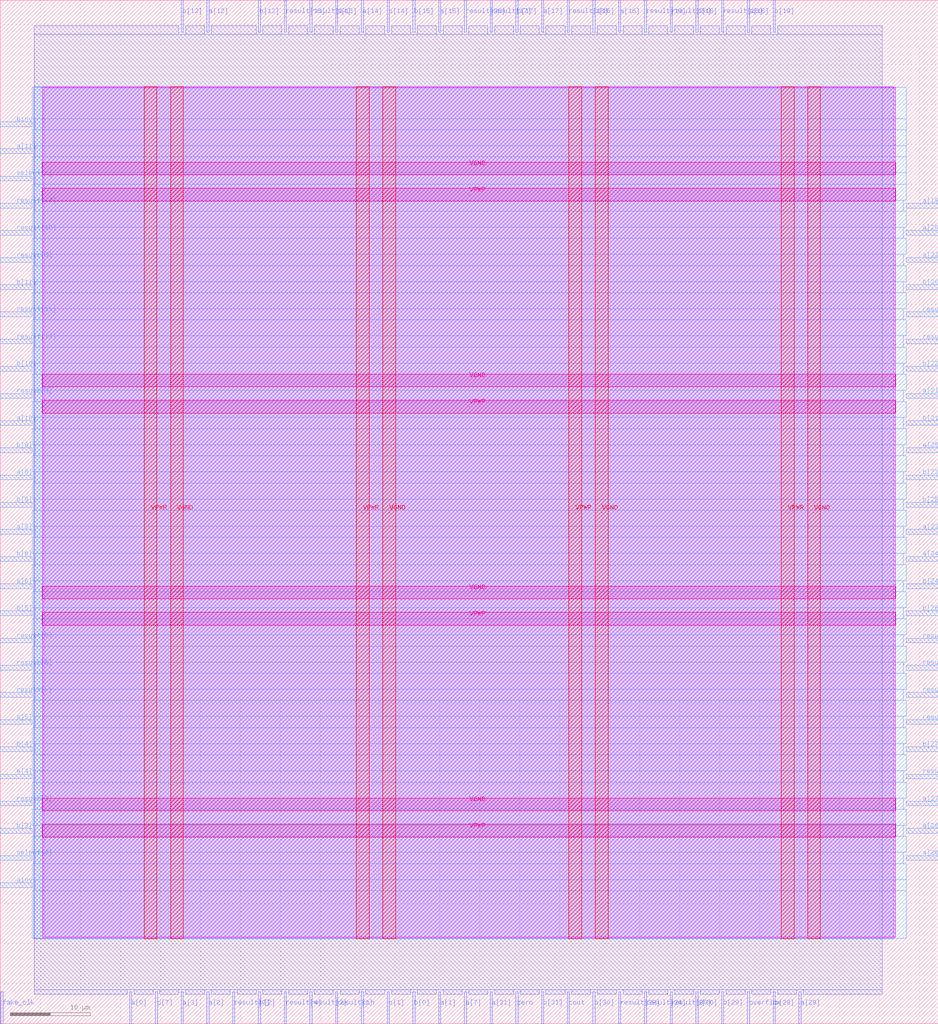
<source format=lef>
VERSION 5.7 ;
  NOWIREEXTENSIONATPIN ON ;
  DIVIDERCHAR "/" ;
  BUSBITCHARS "[]" ;
MACRO n_bit_alu
  CLASS BLOCK ;
  FOREIGN n_bit_alu ;
  ORIGIN 0.000 0.000 ;
  SIZE 117.340 BY 128.060 ;
  PIN VGND
    DIRECTION INOUT ;
    USE GROUND ;
    PORT
      LAYER met4 ;
        RECT 21.300 10.640 22.900 117.200 ;
    END
    PORT
      LAYER met4 ;
        RECT 47.865 10.640 49.465 117.200 ;
    END
    PORT
      LAYER met4 ;
        RECT 74.430 10.640 76.030 117.200 ;
    END
    PORT
      LAYER met4 ;
        RECT 100.995 10.640 102.595 117.200 ;
    END
    PORT
      LAYER met5 ;
        RECT 5.280 26.640 112.020 28.240 ;
    END
    PORT
      LAYER met5 ;
        RECT 5.280 53.160 112.020 54.760 ;
    END
    PORT
      LAYER met5 ;
        RECT 5.280 79.680 112.020 81.280 ;
    END
    PORT
      LAYER met5 ;
        RECT 5.280 106.200 112.020 107.800 ;
    END
  END VGND
  PIN VPWR
    DIRECTION INOUT ;
    USE POWER ;
    PORT
      LAYER met4 ;
        RECT 18.000 10.640 19.600 117.200 ;
    END
    PORT
      LAYER met4 ;
        RECT 44.565 10.640 46.165 117.200 ;
    END
    PORT
      LAYER met4 ;
        RECT 71.130 10.640 72.730 117.200 ;
    END
    PORT
      LAYER met4 ;
        RECT 97.695 10.640 99.295 117.200 ;
    END
    PORT
      LAYER met5 ;
        RECT 5.280 23.340 112.020 24.940 ;
    END
    PORT
      LAYER met5 ;
        RECT 5.280 49.860 112.020 51.460 ;
    END
    PORT
      LAYER met5 ;
        RECT 5.280 76.380 112.020 77.980 ;
    END
    PORT
      LAYER met5 ;
        RECT 5.280 102.900 112.020 104.500 ;
    END
  END VPWR
  PIN a[0]
    DIRECTION INPUT ;
    USE SIGNAL ;
    ANTENNAGATEAREA 0.196500 ;
    PORT
      LAYER met2 ;
        RECT 16.190 0.000 16.470 4.000 ;
    END
  END a[0]
  PIN a[10]
    DIRECTION INPUT ;
    USE SIGNAL ;
    ANTENNAGATEAREA 0.196500 ;
    PORT
      LAYER met3 ;
        RECT 0.000 74.840 4.000 75.440 ;
    END
  END a[10]
  PIN a[11]
    DIRECTION INPUT ;
    USE SIGNAL ;
    ANTENNAGATEAREA 0.196500 ;
    PORT
      LAYER met3 ;
        RECT 0.000 108.840 4.000 109.440 ;
    END
  END a[11]
  PIN a[12]
    DIRECTION INPUT ;
    USE SIGNAL ;
    ANTENNAGATEAREA 0.196500 ;
    PORT
      LAYER met2 ;
        RECT 25.850 124.060 26.130 128.060 ;
    END
  END a[12]
  PIN a[13]
    DIRECTION INPUT ;
    USE SIGNAL ;
    ANTENNAGATEAREA 0.196500 ;
    PORT
      LAYER met2 ;
        RECT 41.950 124.060 42.230 128.060 ;
    END
  END a[13]
  PIN a[14]
    DIRECTION INPUT ;
    USE SIGNAL ;
    ANTENNAGATEAREA 0.196500 ;
    PORT
      LAYER met2 ;
        RECT 45.170 124.060 45.450 128.060 ;
    END
  END a[14]
  PIN a[15]
    DIRECTION INPUT ;
    USE SIGNAL ;
    ANTENNAGATEAREA 0.196500 ;
    PORT
      LAYER met2 ;
        RECT 54.830 124.060 55.110 128.060 ;
    END
  END a[15]
  PIN a[16]
    DIRECTION INPUT ;
    USE SIGNAL ;
    ANTENNAGATEAREA 0.196500 ;
    PORT
      LAYER met2 ;
        RECT 77.370 124.060 77.650 128.060 ;
    END
  END a[16]
  PIN a[17]
    DIRECTION INPUT ;
    USE SIGNAL ;
    ANTENNAGATEAREA 0.196500 ;
    PORT
      LAYER met2 ;
        RECT 67.710 124.060 67.990 128.060 ;
    END
  END a[17]
  PIN a[18]
    DIRECTION INPUT ;
    USE SIGNAL ;
    ANTENNAGATEAREA 0.196500 ;
    PORT
      LAYER met2 ;
        RECT 93.470 124.060 93.750 128.060 ;
    END
  END a[18]
  PIN a[19]
    DIRECTION INPUT ;
    USE SIGNAL ;
    ANTENNAGATEAREA 0.196500 ;
    PORT
      LAYER met3 ;
        RECT 113.340 102.040 117.340 102.640 ;
    END
  END a[19]
  PIN a[1]
    DIRECTION INPUT ;
    USE SIGNAL ;
    ANTENNAGATEAREA 0.196500 ;
    PORT
      LAYER met2 ;
        RECT 54.830 0.000 55.110 4.000 ;
    END
  END a[1]
  PIN a[20]
    DIRECTION INPUT ;
    USE SIGNAL ;
    ANTENNAGATEAREA 0.196500 ;
    PORT
      LAYER met3 ;
        RECT 113.340 98.640 117.340 99.240 ;
    END
  END a[20]
  PIN a[21]
    DIRECTION INPUT ;
    USE SIGNAL ;
    ANTENNAGATEAREA 0.196500 ;
    PORT
      LAYER met3 ;
        RECT 113.340 78.240 117.340 78.840 ;
    END
  END a[21]
  PIN a[22]
    DIRECTION INPUT ;
    USE SIGNAL ;
    ANTENNAGATEAREA 0.196500 ;
    PORT
      LAYER met3 ;
        RECT 113.340 95.240 117.340 95.840 ;
    END
  END a[22]
  PIN a[23]
    DIRECTION INPUT ;
    USE SIGNAL ;
    ANTENNAGATEAREA 0.196500 ;
    PORT
      LAYER met3 ;
        RECT 113.340 61.240 117.340 61.840 ;
    END
  END a[23]
  PIN a[24]
    DIRECTION INPUT ;
    USE SIGNAL ;
    ANTENNAGATEAREA 0.196500 ;
    PORT
      LAYER met3 ;
        RECT 113.340 57.840 117.340 58.440 ;
    END
  END a[24]
  PIN a[25]
    DIRECTION INPUT ;
    USE SIGNAL ;
    ANTENNAGATEAREA 0.196500 ;
    PORT
      LAYER met3 ;
        RECT 113.340 71.440 117.340 72.040 ;
    END
  END a[25]
  PIN a[26]
    DIRECTION INPUT ;
    USE SIGNAL ;
    ANTENNAGATEAREA 0.196500 ;
    PORT
      LAYER met3 ;
        RECT 113.340 23.840 117.340 24.440 ;
    END
  END a[26]
  PIN a[27]
    DIRECTION INPUT ;
    USE SIGNAL ;
    ANTENNAGATEAREA 0.196500 ;
    PORT
      LAYER met3 ;
        RECT 113.340 27.240 117.340 27.840 ;
    END
  END a[27]
  PIN a[28]
    DIRECTION INPUT ;
    USE SIGNAL ;
    ANTENNAGATEAREA 0.196500 ;
    PORT
      LAYER met3 ;
        RECT 113.340 20.440 117.340 21.040 ;
    END
  END a[28]
  PIN a[29]
    DIRECTION INPUT ;
    USE SIGNAL ;
    ANTENNAGATEAREA 0.196500 ;
    PORT
      LAYER met2 ;
        RECT 99.910 0.000 100.190 4.000 ;
    END
  END a[29]
  PIN a[2]
    DIRECTION INPUT ;
    USE SIGNAL ;
    ANTENNAGATEAREA 0.196500 ;
    PORT
      LAYER met2 ;
        RECT 25.850 0.000 26.130 4.000 ;
    END
  END a[2]
  PIN a[30]
    DIRECTION INPUT ;
    USE SIGNAL ;
    ANTENNAGATEAREA 0.196500 ;
    PORT
      LAYER met2 ;
        RECT 87.030 0.000 87.310 4.000 ;
    END
  END a[30]
  PIN a[31]
    DIRECTION INPUT ;
    USE SIGNAL ;
    ANTENNAGATEAREA 0.196500 ;
    PORT
      LAYER met2 ;
        RECT 61.270 0.000 61.550 4.000 ;
    END
  END a[31]
  PIN a[3]
    DIRECTION INPUT ;
    USE SIGNAL ;
    ANTENNAGATEAREA 0.196500 ;
    PORT
      LAYER met2 ;
        RECT 22.630 0.000 22.910 4.000 ;
    END
  END a[3]
  PIN a[4]
    DIRECTION INPUT ;
    USE SIGNAL ;
    ANTENNAGATEAREA 0.196500 ;
    PORT
      LAYER met3 ;
        RECT 0.000 30.640 4.000 31.240 ;
    END
  END a[4]
  PIN a[5]
    DIRECTION INPUT ;
    USE SIGNAL ;
    ANTENNAGATEAREA 0.196500 ;
    PORT
      LAYER met3 ;
        RECT 0.000 37.440 4.000 38.040 ;
    END
  END a[5]
  PIN a[6]
    DIRECTION INPUT ;
    USE SIGNAL ;
    ANTENNAGATEAREA 0.196500 ;
    PORT
      LAYER met3 ;
        RECT 0.000 54.440 4.000 55.040 ;
    END
  END a[6]
  PIN a[7]
    DIRECTION INPUT ;
    USE SIGNAL ;
    ANTENNAGATEAREA 0.196500 ;
    PORT
      LAYER met2 ;
        RECT 58.050 0.000 58.330 4.000 ;
    END
  END a[7]
  PIN a[8]
    DIRECTION INPUT ;
    USE SIGNAL ;
    ANTENNAGATEAREA 0.196500 ;
    PORT
      LAYER met3 ;
        RECT 0.000 68.040 4.000 68.640 ;
    END
  END a[8]
  PIN a[9]
    DIRECTION INPUT ;
    USE SIGNAL ;
    ANTENNAGATEAREA 0.196500 ;
    PORT
      LAYER met3 ;
        RECT 0.000 61.240 4.000 61.840 ;
    END
  END a[9]
  PIN ainv
    DIRECTION INPUT ;
    USE SIGNAL ;
    ANTENNAGATEAREA 0.213000 ;
    PORT
      LAYER met3 ;
        RECT 0.000 17.040 4.000 17.640 ;
    END
  END ainv
  PIN b[0]
    DIRECTION INPUT ;
    USE SIGNAL ;
    ANTENNAGATEAREA 0.196500 ;
    PORT
      LAYER met2 ;
        RECT 51.610 0.000 51.890 4.000 ;
    END
  END b[0]
  PIN b[10]
    DIRECTION INPUT ;
    USE SIGNAL ;
    ANTENNAGATEAREA 0.196500 ;
    PORT
      LAYER met3 ;
        RECT 0.000 81.640 4.000 82.240 ;
    END
  END b[10]
  PIN b[11]
    DIRECTION INPUT ;
    USE SIGNAL ;
    ANTENNAGATEAREA 0.196500 ;
    PORT
      LAYER met3 ;
        RECT 0.000 91.840 4.000 92.440 ;
    END
  END b[11]
  PIN b[12]
    DIRECTION INPUT ;
    USE SIGNAL ;
    ANTENNAGATEAREA 0.196500 ;
    PORT
      LAYER met2 ;
        RECT 22.630 124.060 22.910 128.060 ;
    END
  END b[12]
  PIN b[13]
    DIRECTION INPUT ;
    USE SIGNAL ;
    ANTENNAGATEAREA 0.196500 ;
    PORT
      LAYER met2 ;
        RECT 32.290 124.060 32.570 128.060 ;
    END
  END b[13]
  PIN b[14]
    DIRECTION INPUT ;
    USE SIGNAL ;
    ANTENNAGATEAREA 0.196500 ;
    PORT
      LAYER met2 ;
        RECT 48.390 124.060 48.670 128.060 ;
    END
  END b[14]
  PIN b[15]
    DIRECTION INPUT ;
    USE SIGNAL ;
    ANTENNAGATEAREA 0.196500 ;
    PORT
      LAYER met2 ;
        RECT 51.610 124.060 51.890 128.060 ;
    END
  END b[15]
  PIN b[16]
    DIRECTION INPUT ;
    USE SIGNAL ;
    ANTENNAGATEAREA 0.196500 ;
    PORT
      LAYER met2 ;
        RECT 74.150 124.060 74.430 128.060 ;
    END
  END b[16]
  PIN b[17]
    DIRECTION INPUT ;
    USE SIGNAL ;
    ANTENNAGATEAREA 0.196500 ;
    PORT
      LAYER met2 ;
        RECT 64.490 124.060 64.770 128.060 ;
    END
  END b[17]
  PIN b[18]
    DIRECTION INPUT ;
    USE SIGNAL ;
    ANTENNAGATEAREA 0.196500 ;
    PORT
      LAYER met2 ;
        RECT 87.030 124.060 87.310 128.060 ;
    END
  END b[18]
  PIN b[19]
    DIRECTION INPUT ;
    USE SIGNAL ;
    ANTENNAGATEAREA 0.196500 ;
    PORT
      LAYER met2 ;
        RECT 96.690 124.060 96.970 128.060 ;
    END
  END b[19]
  PIN b[1]
    DIRECTION INPUT ;
    USE SIGNAL ;
    ANTENNAGATEAREA 0.196500 ;
    PORT
      LAYER met2 ;
        RECT 48.390 0.000 48.670 4.000 ;
    END
  END b[1]
  PIN b[20]
    DIRECTION INPUT ;
    USE SIGNAL ;
    ANTENNAGATEAREA 0.196500 ;
    PORT
      LAYER met3 ;
        RECT 113.340 91.840 117.340 92.440 ;
    END
  END b[20]
  PIN b[21]
    DIRECTION INPUT ;
    USE SIGNAL ;
    ANTENNAGATEAREA 0.196500 ;
    PORT
      LAYER met3 ;
        RECT 113.340 74.840 117.340 75.440 ;
    END
  END b[21]
  PIN b[22]
    DIRECTION INPUT ;
    USE SIGNAL ;
    ANTENNAGATEAREA 0.196500 ;
    PORT
      LAYER met3 ;
        RECT 113.340 81.640 117.340 82.240 ;
    END
  END b[22]
  PIN b[23]
    DIRECTION INPUT ;
    USE SIGNAL ;
    ANTENNAGATEAREA 0.196500 ;
    PORT
      LAYER met3 ;
        RECT 113.340 68.040 117.340 68.640 ;
    END
  END b[23]
  PIN b[24]
    DIRECTION INPUT ;
    USE SIGNAL ;
    ANTENNAGATEAREA 0.196500 ;
    PORT
      LAYER met3 ;
        RECT 113.340 54.440 117.340 55.040 ;
    END
  END b[24]
  PIN b[25]
    DIRECTION INPUT ;
    USE SIGNAL ;
    ANTENNAGATEAREA 0.196500 ;
    PORT
      LAYER met3 ;
        RECT 113.340 64.640 117.340 65.240 ;
    END
  END b[25]
  PIN b[26]
    DIRECTION INPUT ;
    USE SIGNAL ;
    ANTENNAGATEAREA 0.196500 ;
    PORT
      LAYER met3 ;
        RECT 113.340 51.040 117.340 51.640 ;
    END
  END b[26]
  PIN b[27]
    DIRECTION INPUT ;
    USE SIGNAL ;
    ANTENNAGATEAREA 0.196500 ;
    PORT
      LAYER met3 ;
        RECT 113.340 34.040 117.340 34.640 ;
    END
  END b[27]
  PIN b[28]
    DIRECTION INPUT ;
    USE SIGNAL ;
    ANTENNAGATEAREA 0.196500 ;
    PORT
      LAYER met2 ;
        RECT 96.690 0.000 96.970 4.000 ;
    END
  END b[28]
  PIN b[29]
    DIRECTION INPUT ;
    USE SIGNAL ;
    ANTENNAGATEAREA 0.196500 ;
    PORT
      LAYER met2 ;
        RECT 90.250 0.000 90.530 4.000 ;
    END
  END b[29]
  PIN b[2]
    DIRECTION INPUT ;
    USE SIGNAL ;
    ANTENNAGATEAREA 0.196500 ;
    PORT
      LAYER met2 ;
        RECT 32.290 0.000 32.570 4.000 ;
    END
  END b[2]
  PIN b[30]
    DIRECTION INPUT ;
    USE SIGNAL ;
    ANTENNAGATEAREA 0.196500 ;
    PORT
      LAYER met2 ;
        RECT 74.150 0.000 74.430 4.000 ;
    END
  END b[30]
  PIN b[31]
    DIRECTION INPUT ;
    USE SIGNAL ;
    ANTENNAGATEAREA 0.196500 ;
    PORT
      LAYER met2 ;
        RECT 67.710 0.000 67.990 4.000 ;
    END
  END b[31]
  PIN b[3]
    DIRECTION INPUT ;
    USE SIGNAL ;
    ANTENNAGATEAREA 0.196500 ;
    PORT
      LAYER met3 ;
        RECT 0.000 23.840 4.000 24.440 ;
    END
  END b[3]
  PIN b[4]
    DIRECTION INPUT ;
    USE SIGNAL ;
    ANTENNAGATEAREA 0.196500 ;
    PORT
      LAYER met3 ;
        RECT 0.000 34.040 4.000 34.640 ;
    END
  END b[4]
  PIN b[5]
    DIRECTION INPUT ;
    USE SIGNAL ;
    ANTENNAGATEAREA 0.196500 ;
    PORT
      LAYER met3 ;
        RECT 0.000 51.040 4.000 51.640 ;
    END
  END b[5]
  PIN b[6]
    DIRECTION INPUT ;
    USE SIGNAL ;
    ANTENNAGATEAREA 0.196500 ;
    PORT
      LAYER met3 ;
        RECT 0.000 57.840 4.000 58.440 ;
    END
  END b[6]
  PIN b[7]
    DIRECTION INPUT ;
    USE SIGNAL ;
    ANTENNAGATEAREA 0.196500 ;
    PORT
      LAYER met2 ;
        RECT 19.410 0.000 19.690 4.000 ;
    END
  END b[7]
  PIN b[8]
    DIRECTION INPUT ;
    USE SIGNAL ;
    ANTENNAGATEAREA 0.196500 ;
    PORT
      LAYER met3 ;
        RECT 0.000 71.440 4.000 72.040 ;
    END
  END b[8]
  PIN b[9]
    DIRECTION INPUT ;
    USE SIGNAL ;
    ANTENNAGATEAREA 0.196500 ;
    PORT
      LAYER met3 ;
        RECT 0.000 64.640 4.000 65.240 ;
    END
  END b[9]
  PIN binv
    DIRECTION INPUT ;
    USE SIGNAL ;
    ANTENNAGATEAREA 0.495000 ;
    PORT
      LAYER met3 ;
        RECT 0.000 112.240 4.000 112.840 ;
    END
  END binv
  PIN cin
    DIRECTION INPUT ;
    USE SIGNAL ;
    ANTENNAGATEAREA 0.196500 ;
    PORT
      LAYER met2 ;
        RECT 45.170 0.000 45.450 4.000 ;
    END
  END cin
  PIN cout
    DIRECTION OUTPUT ;
    USE SIGNAL ;
    ANTENNADIFFAREA 0.445500 ;
    PORT
      LAYER met2 ;
        RECT 70.930 0.000 71.210 4.000 ;
    END
  END cout
  PIN fake_clk
    DIRECTION INPUT ;
    USE SIGNAL ;
    PORT
      LAYER met2 ;
        RECT 0.090 0.000 0.370 4.000 ;
    END
  END fake_clk
  PIN overflow
    DIRECTION OUTPUT ;
    USE SIGNAL ;
    ANTENNADIFFAREA 0.445500 ;
    PORT
      LAYER met2 ;
        RECT 93.470 0.000 93.750 4.000 ;
    END
  END overflow
  PIN result[0]
    DIRECTION OUTPUT ;
    USE SIGNAL ;
    ANTENNADIFFAREA 0.445500 ;
    PORT
      LAYER met3 ;
        RECT 0.000 40.840 4.000 41.440 ;
    END
  END result[0]
  PIN result[10]
    DIRECTION OUTPUT ;
    USE SIGNAL ;
    ANTENNADIFFAREA 0.445500 ;
    PORT
      LAYER met3 ;
        RECT 0.000 102.040 4.000 102.640 ;
    END
  END result[10]
  PIN result[11]
    DIRECTION OUTPUT ;
    USE SIGNAL ;
    ANTENNADIFFAREA 0.445500 ;
    PORT
      LAYER met3 ;
        RECT 0.000 88.440 4.000 89.040 ;
    END
  END result[11]
  PIN result[12]
    DIRECTION OUTPUT ;
    USE SIGNAL ;
    ANTENNADIFFAREA 0.445500 ;
    PORT
      LAYER met3 ;
        RECT 0.000 85.040 4.000 85.640 ;
    END
  END result[12]
  PIN result[13]
    DIRECTION OUTPUT ;
    USE SIGNAL ;
    ANTENNADIFFAREA 0.795200 ;
    PORT
      LAYER met2 ;
        RECT 35.510 124.060 35.790 128.060 ;
    END
  END result[13]
  PIN result[14]
    DIRECTION OUTPUT ;
    USE SIGNAL ;
    ANTENNADIFFAREA 0.795200 ;
    PORT
      LAYER met2 ;
        RECT 38.730 124.060 39.010 128.060 ;
    END
  END result[14]
  PIN result[15]
    DIRECTION OUTPUT ;
    USE SIGNAL ;
    ANTENNADIFFAREA 0.445500 ;
    PORT
      LAYER met3 ;
        RECT 0.000 98.640 4.000 99.240 ;
    END
  END result[15]
  PIN result[16]
    DIRECTION OUTPUT ;
    USE SIGNAL ;
    ANTENNADIFFAREA 0.795200 ;
    PORT
      LAYER met2 ;
        RECT 90.250 124.060 90.530 128.060 ;
    END
  END result[16]
  PIN result[17]
    DIRECTION OUTPUT ;
    USE SIGNAL ;
    ANTENNADIFFAREA 0.795200 ;
    PORT
      LAYER met2 ;
        RECT 61.270 124.060 61.550 128.060 ;
    END
  END result[17]
  PIN result[18]
    DIRECTION OUTPUT ;
    USE SIGNAL ;
    ANTENNADIFFAREA 0.795200 ;
    PORT
      LAYER met2 ;
        RECT 70.930 124.060 71.210 128.060 ;
    END
  END result[18]
  PIN result[19]
    DIRECTION OUTPUT ;
    USE SIGNAL ;
    ANTENNADIFFAREA 0.795200 ;
    PORT
      LAYER met2 ;
        RECT 80.590 124.060 80.870 128.060 ;
    END
  END result[19]
  PIN result[1]
    DIRECTION OUTPUT ;
    USE SIGNAL ;
    ANTENNADIFFAREA 0.445500 ;
    PORT
      LAYER met2 ;
        RECT 41.950 0.000 42.230 4.000 ;
    END
  END result[1]
  PIN result[20]
    DIRECTION OUTPUT ;
    USE SIGNAL ;
    ANTENNADIFFAREA 0.795200 ;
    PORT
      LAYER met2 ;
        RECT 83.810 124.060 84.090 128.060 ;
    END
  END result[20]
  PIN result[21]
    DIRECTION OUTPUT ;
    USE SIGNAL ;
    ANTENNADIFFAREA 0.445500 ;
    PORT
      LAYER met3 ;
        RECT 113.340 88.440 117.340 89.040 ;
    END
  END result[21]
  PIN result[22]
    DIRECTION OUTPUT ;
    USE SIGNAL ;
    ANTENNADIFFAREA 0.445500 ;
    PORT
      LAYER met3 ;
        RECT 113.340 85.040 117.340 85.640 ;
    END
  END result[22]
  PIN result[23]
    DIRECTION OUTPUT ;
    USE SIGNAL ;
    ANTENNADIFFAREA 0.795200 ;
    PORT
      LAYER met2 ;
        RECT 58.050 124.060 58.330 128.060 ;
    END
  END result[23]
  PIN result[24]
    DIRECTION OUTPUT ;
    USE SIGNAL ;
    ANTENNADIFFAREA 0.445500 ;
    PORT
      LAYER met2 ;
        RECT 80.590 0.000 80.870 4.000 ;
    END
  END result[24]
  PIN result[25]
    DIRECTION OUTPUT ;
    USE SIGNAL ;
    ANTENNADIFFAREA 0.445500 ;
    PORT
      LAYER met3 ;
        RECT 113.340 30.640 117.340 31.240 ;
    END
  END result[25]
  PIN result[26]
    DIRECTION OUTPUT ;
    USE SIGNAL ;
    ANTENNADIFFAREA 0.445500 ;
    PORT
      LAYER met3 ;
        RECT 113.340 47.640 117.340 48.240 ;
    END
  END result[26]
  PIN result[27]
    DIRECTION OUTPUT ;
    USE SIGNAL ;
    ANTENNADIFFAREA 0.445500 ;
    PORT
      LAYER met3 ;
        RECT 113.340 37.440 117.340 38.040 ;
    END
  END result[27]
  PIN result[28]
    DIRECTION OUTPUT ;
    USE SIGNAL ;
    ANTENNADIFFAREA 0.445500 ;
    PORT
      LAYER met3 ;
        RECT 113.340 40.840 117.340 41.440 ;
    END
  END result[28]
  PIN result[29]
    DIRECTION OUTPUT ;
    USE SIGNAL ;
    ANTENNADIFFAREA 0.445500 ;
    PORT
      LAYER met2 ;
        RECT 77.370 0.000 77.650 4.000 ;
    END
  END result[29]
  PIN result[2]
    DIRECTION OUTPUT ;
    USE SIGNAL ;
    ANTENNADIFFAREA 0.445500 ;
    PORT
      LAYER met2 ;
        RECT 38.730 0.000 39.010 4.000 ;
    END
  END result[2]
  PIN result[30]
    DIRECTION OUTPUT ;
    USE SIGNAL ;
    ANTENNADIFFAREA 0.445500 ;
    PORT
      LAYER met2 ;
        RECT 83.810 0.000 84.090 4.000 ;
    END
  END result[30]
  PIN result[31]
    DIRECTION OUTPUT ;
    USE SIGNAL ;
    ANTENNADIFFAREA 0.445500 ;
    PORT
      LAYER met3 ;
        RECT 113.340 44.240 117.340 44.840 ;
    END
  END result[31]
  PIN result[3]
    DIRECTION OUTPUT ;
    USE SIGNAL ;
    ANTENNADIFFAREA 0.445500 ;
    PORT
      LAYER met3 ;
        RECT 0.000 27.240 4.000 27.840 ;
    END
  END result[3]
  PIN result[4]
    DIRECTION OUTPUT ;
    USE SIGNAL ;
    ANTENNADIFFAREA 0.445500 ;
    PORT
      LAYER met2 ;
        RECT 35.510 0.000 35.790 4.000 ;
    END
  END result[4]
  PIN result[5]
    DIRECTION OUTPUT ;
    USE SIGNAL ;
    ANTENNADIFFAREA 0.445500 ;
    PORT
      LAYER met3 ;
        RECT 0.000 47.640 4.000 48.240 ;
    END
  END result[5]
  PIN result[6]
    DIRECTION OUTPUT ;
    USE SIGNAL ;
    ANTENNADIFFAREA 0.445500 ;
    PORT
      LAYER met3 ;
        RECT 0.000 44.240 4.000 44.840 ;
    END
  END result[6]
  PIN result[7]
    DIRECTION OUTPUT ;
    USE SIGNAL ;
    ANTENNADIFFAREA 0.445500 ;
    PORT
      LAYER met2 ;
        RECT 29.070 0.000 29.350 4.000 ;
    END
  END result[7]
  PIN result[8]
    DIRECTION OUTPUT ;
    USE SIGNAL ;
    ANTENNADIFFAREA 0.445500 ;
    PORT
      LAYER met3 ;
        RECT 0.000 95.240 4.000 95.840 ;
    END
  END result[8]
  PIN result[9]
    DIRECTION OUTPUT ;
    USE SIGNAL ;
    ANTENNADIFFAREA 0.445500 ;
    PORT
      LAYER met3 ;
        RECT 0.000 78.240 4.000 78.840 ;
    END
  END result[9]
  PIN select[0]
    DIRECTION INPUT ;
    USE SIGNAL ;
    ANTENNAGATEAREA 0.196500 ;
    PORT
      LAYER met3 ;
        RECT 0.000 20.440 4.000 21.040 ;
    END
  END select[0]
  PIN select[1]
    DIRECTION INPUT ;
    USE SIGNAL ;
    ANTENNAGATEAREA 0.213000 ;
    PORT
      LAYER met3 ;
        RECT 0.000 105.440 4.000 106.040 ;
    END
  END select[1]
  PIN zero
    DIRECTION OUTPUT ;
    USE SIGNAL ;
    ANTENNADIFFAREA 0.891000 ;
    PORT
      LAYER met2 ;
        RECT 64.490 0.000 64.770 4.000 ;
    END
  END zero
  OBS
      LAYER nwell ;
        RECT 5.330 10.795 111.970 117.150 ;
      LAYER li1 ;
        RECT 5.520 10.795 111.780 117.045 ;
      LAYER met1 ;
        RECT 4.210 10.640 111.780 117.200 ;
      LAYER met2 ;
        RECT 4.230 123.780 22.350 124.850 ;
        RECT 23.190 123.780 25.570 124.850 ;
        RECT 26.410 123.780 32.010 124.850 ;
        RECT 32.850 123.780 35.230 124.850 ;
        RECT 36.070 123.780 38.450 124.850 ;
        RECT 39.290 123.780 41.670 124.850 ;
        RECT 42.510 123.780 44.890 124.850 ;
        RECT 45.730 123.780 48.110 124.850 ;
        RECT 48.950 123.780 51.330 124.850 ;
        RECT 52.170 123.780 54.550 124.850 ;
        RECT 55.390 123.780 57.770 124.850 ;
        RECT 58.610 123.780 60.990 124.850 ;
        RECT 61.830 123.780 64.210 124.850 ;
        RECT 65.050 123.780 67.430 124.850 ;
        RECT 68.270 123.780 70.650 124.850 ;
        RECT 71.490 123.780 73.870 124.850 ;
        RECT 74.710 123.780 77.090 124.850 ;
        RECT 77.930 123.780 80.310 124.850 ;
        RECT 81.150 123.780 83.530 124.850 ;
        RECT 84.370 123.780 86.750 124.850 ;
        RECT 87.590 123.780 89.970 124.850 ;
        RECT 90.810 123.780 93.190 124.850 ;
        RECT 94.030 123.780 96.410 124.850 ;
        RECT 97.250 123.780 110.310 124.850 ;
        RECT 4.230 4.280 110.310 123.780 ;
        RECT 4.230 3.670 15.910 4.280 ;
        RECT 16.750 3.670 19.130 4.280 ;
        RECT 19.970 3.670 22.350 4.280 ;
        RECT 23.190 3.670 25.570 4.280 ;
        RECT 26.410 3.670 28.790 4.280 ;
        RECT 29.630 3.670 32.010 4.280 ;
        RECT 32.850 3.670 35.230 4.280 ;
        RECT 36.070 3.670 38.450 4.280 ;
        RECT 39.290 3.670 41.670 4.280 ;
        RECT 42.510 3.670 44.890 4.280 ;
        RECT 45.730 3.670 48.110 4.280 ;
        RECT 48.950 3.670 51.330 4.280 ;
        RECT 52.170 3.670 54.550 4.280 ;
        RECT 55.390 3.670 57.770 4.280 ;
        RECT 58.610 3.670 60.990 4.280 ;
        RECT 61.830 3.670 64.210 4.280 ;
        RECT 65.050 3.670 67.430 4.280 ;
        RECT 68.270 3.670 70.650 4.280 ;
        RECT 71.490 3.670 73.870 4.280 ;
        RECT 74.710 3.670 77.090 4.280 ;
        RECT 77.930 3.670 80.310 4.280 ;
        RECT 81.150 3.670 83.530 4.280 ;
        RECT 84.370 3.670 86.750 4.280 ;
        RECT 87.590 3.670 89.970 4.280 ;
        RECT 90.810 3.670 93.190 4.280 ;
        RECT 94.030 3.670 96.410 4.280 ;
        RECT 97.250 3.670 99.630 4.280 ;
        RECT 100.470 3.670 110.310 4.280 ;
      LAYER met3 ;
        RECT 3.990 113.240 113.340 117.125 ;
        RECT 4.400 111.840 113.340 113.240 ;
        RECT 3.990 109.840 113.340 111.840 ;
        RECT 4.400 108.440 113.340 109.840 ;
        RECT 3.990 106.440 113.340 108.440 ;
        RECT 4.400 105.040 113.340 106.440 ;
        RECT 3.990 103.040 113.340 105.040 ;
        RECT 4.400 101.640 112.940 103.040 ;
        RECT 3.990 99.640 113.340 101.640 ;
        RECT 4.400 98.240 112.940 99.640 ;
        RECT 3.990 96.240 113.340 98.240 ;
        RECT 4.400 94.840 112.940 96.240 ;
        RECT 3.990 92.840 113.340 94.840 ;
        RECT 4.400 91.440 112.940 92.840 ;
        RECT 3.990 89.440 113.340 91.440 ;
        RECT 4.400 88.040 112.940 89.440 ;
        RECT 3.990 86.040 113.340 88.040 ;
        RECT 4.400 84.640 112.940 86.040 ;
        RECT 3.990 82.640 113.340 84.640 ;
        RECT 4.400 81.240 112.940 82.640 ;
        RECT 3.990 79.240 113.340 81.240 ;
        RECT 4.400 77.840 112.940 79.240 ;
        RECT 3.990 75.840 113.340 77.840 ;
        RECT 4.400 74.440 112.940 75.840 ;
        RECT 3.990 72.440 113.340 74.440 ;
        RECT 4.400 71.040 112.940 72.440 ;
        RECT 3.990 69.040 113.340 71.040 ;
        RECT 4.400 67.640 112.940 69.040 ;
        RECT 3.990 65.640 113.340 67.640 ;
        RECT 4.400 64.240 112.940 65.640 ;
        RECT 3.990 62.240 113.340 64.240 ;
        RECT 4.400 60.840 112.940 62.240 ;
        RECT 3.990 58.840 113.340 60.840 ;
        RECT 4.400 57.440 112.940 58.840 ;
        RECT 3.990 55.440 113.340 57.440 ;
        RECT 4.400 54.040 112.940 55.440 ;
        RECT 3.990 52.040 113.340 54.040 ;
        RECT 4.400 50.640 112.940 52.040 ;
        RECT 3.990 48.640 113.340 50.640 ;
        RECT 4.400 47.240 112.940 48.640 ;
        RECT 3.990 45.240 113.340 47.240 ;
        RECT 4.400 43.840 112.940 45.240 ;
        RECT 3.990 41.840 113.340 43.840 ;
        RECT 4.400 40.440 112.940 41.840 ;
        RECT 3.990 38.440 113.340 40.440 ;
        RECT 4.400 37.040 112.940 38.440 ;
        RECT 3.990 35.040 113.340 37.040 ;
        RECT 4.400 33.640 112.940 35.040 ;
        RECT 3.990 31.640 113.340 33.640 ;
        RECT 4.400 30.240 112.940 31.640 ;
        RECT 3.990 28.240 113.340 30.240 ;
        RECT 4.400 26.840 112.940 28.240 ;
        RECT 3.990 24.840 113.340 26.840 ;
        RECT 4.400 23.440 112.940 24.840 ;
        RECT 3.990 21.440 113.340 23.440 ;
        RECT 4.400 20.040 112.940 21.440 ;
        RECT 3.990 18.040 113.340 20.040 ;
        RECT 4.400 16.640 113.340 18.040 ;
        RECT 3.990 10.715 113.340 16.640 ;
  END
END n_bit_alu
END LIBRARY


</source>
